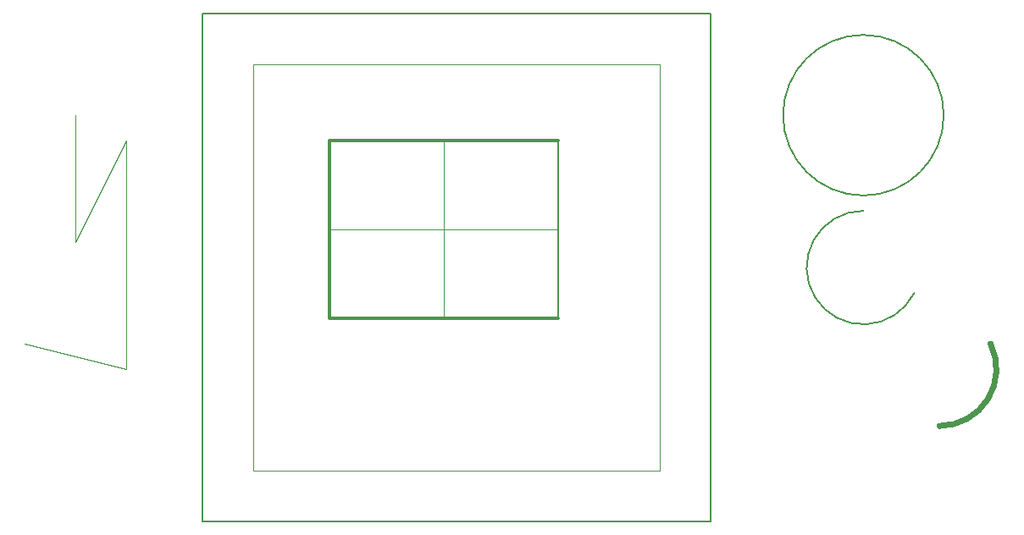
<source format=gbr>
%TF.GenerationSoftware,KiCad,Pcbnew,(6.0.6)*%
%TF.CreationDate,2022-08-02T22:23:19+03:00*%
%TF.ProjectId,_autosave-KiCAD,5f617574-6f73-4617-9665-2d4b69434144,rev?*%
%TF.SameCoordinates,Original*%
%TF.FileFunction,OtherDrawing,Comment*%
%FSLAX45Y45*%
G04 Gerber Fmt 4.5, Leading zero omitted, Abs format (unit mm)*
G04 Created by KiCad (PCBNEW (6.0.6)) date 2022-08-02 22:23:19*
%MOMM*%
%LPD*%
G01*
G04 APERTURE LIST*
%ADD10C,0.100000*%
%ADD11C,0.150000*%
%ADD12C,0.600000*%
%ADD13C,0.300000*%
G04 APERTURE END LIST*
D10*
X13716000Y-4064000D02*
X17780000Y-4064000D01*
X13716000Y-8128000D02*
X13716000Y-4064000D01*
X17780000Y-8128000D02*
X13716000Y-8128000D01*
X17780000Y-4064000D02*
X17780000Y-8128000D01*
X16764000Y-5715000D02*
X14478000Y-5715000D01*
X15621000Y-6604000D02*
X15621000Y-4826000D01*
X12446000Y-7112000D02*
X11430000Y-6858000D01*
X12446000Y-4826000D02*
X12446000Y-7112000D01*
X11938000Y-5842000D02*
X12446000Y-4826000D01*
X11938000Y-4572000D02*
X11938000Y-5842000D01*
D11*
X20615219Y-4572000D02*
G75*
G03*
X20615219Y-4572000I-803219J0D01*
G01*
X19812000Y-5528039D02*
G75*
G03*
X20320000Y-6350000I0J-567961D01*
G01*
X18288000Y-8636000D02*
X13208000Y-8636000D01*
X16764000Y-4826000D02*
X16764000Y-6604000D01*
X13208000Y-3556000D02*
X18288000Y-3556000D01*
D12*
X20574000Y-7679961D02*
G75*
G03*
X21082000Y-6858000I173J567854D01*
G01*
D11*
X18288000Y-3556000D02*
X18288000Y-8636000D01*
D13*
X16764000Y-6604000D02*
X14478000Y-6604000D01*
X14478000Y-4826000D02*
X16764000Y-4826000D01*
X14478000Y-6604000D02*
X14478000Y-4826000D01*
D11*
X13208000Y-8636000D02*
X13208000Y-3556000D01*

</source>
